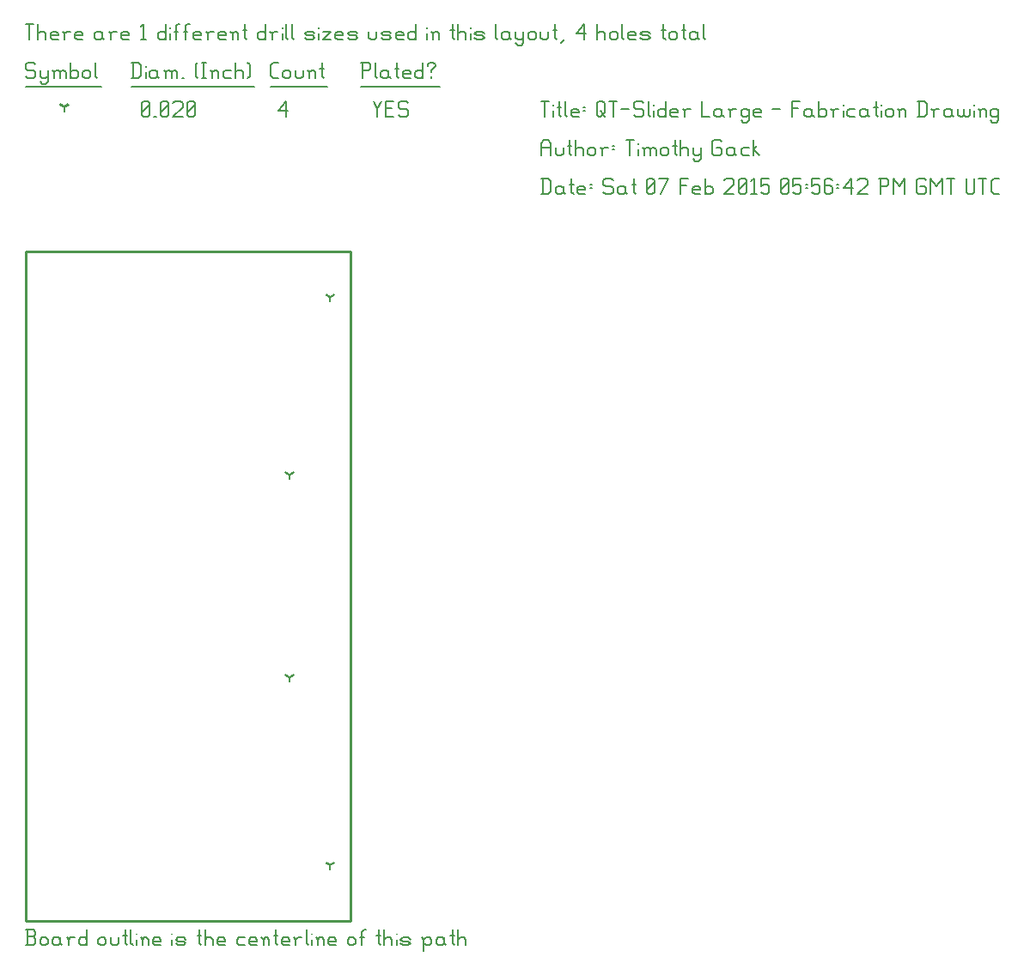
<source format=gbr>
G04 start of page 9 for group -3984 idx -3984 *
G04 Title: QT-Slider Large, fab *
G04 Creator: pcb 1.99z *
G04 CreationDate: Sat 07 Feb 2015 05:56:42 PM GMT UTC *
G04 For: tgack *
G04 Format: Gerber/RS-274X *
G04 PCB-Dimensions (mil): 1259.84 2598.43 *
G04 PCB-Coordinate-Origin: lower left *
%MOIN*%
%FSLAX25Y25*%
%LNFAB*%
%ADD33C,0.0100*%
%ADD32C,0.0075*%
%ADD31C,0.0060*%
%ADD30C,0.0001*%
%ADD29R,0.0080X0.0080*%
G54D29*X118110Y21654D02*Y20054D01*
G54D30*G36*
X117564Y21800D02*X119643Y23000D01*
X120043Y22307D01*
X117964Y21107D01*
X117564Y21800D01*
G37*
G36*
X118257Y21107D02*X116177Y22307D01*
X116577Y23000D01*
X118657Y21800D01*
X118257Y21107D01*
G37*
G54D29*X118110Y242126D02*Y240526D01*
G54D30*G36*
X117564Y242273D02*X119643Y243472D01*
X120043Y242779D01*
X117964Y241580D01*
X117564Y242273D01*
G37*
G36*
X118257Y241580D02*X116177Y242779D01*
X116577Y243472D01*
X118657Y242273D01*
X118257Y241580D01*
G37*
G54D29*X102362Y94488D02*Y92888D01*
G54D30*G36*
X101816Y94635D02*X103895Y95835D01*
X104295Y95142D01*
X102216Y93942D01*
X101816Y94635D01*
G37*
G36*
X102509Y93942D02*X100429Y95142D01*
X100829Y95835D01*
X102909Y94635D01*
X102509Y93942D01*
G37*
G54D29*X102362Y173228D02*Y171628D01*
G54D30*G36*
X101816Y173375D02*X103895Y174575D01*
X104295Y173882D01*
X102216Y172682D01*
X101816Y173375D01*
G37*
G36*
X102509Y172682D02*X100429Y173882D01*
X100829Y174575D01*
X102909Y173375D01*
X102509Y172682D01*
G37*
G54D29*X15000Y316093D02*Y314493D01*
G54D30*G36*
X14454Y316239D02*X16533Y317439D01*
X16933Y316746D01*
X14853Y315546D01*
X14454Y316239D01*
G37*
G36*
X15147Y315546D02*X13067Y316746D01*
X13467Y317439D01*
X15546Y316239D01*
X15147Y315546D01*
G37*
G54D31*X135000Y318343D02*X136500Y315343D01*
X138000Y318343D01*
X136500Y315343D02*Y312343D01*
X139800Y315643D02*X142050D01*
X139800Y312343D02*X142800D01*
X139800Y318343D02*Y312343D01*
Y318343D02*X142800D01*
X147600D02*X148350Y317593D01*
X145350Y318343D02*X147600D01*
X144600Y317593D02*X145350Y318343D01*
X144600Y317593D02*Y316093D01*
X145350Y315343D01*
X147600D01*
X148350Y314593D01*
Y313093D01*
X147600Y312343D02*X148350Y313093D01*
X145350Y312343D02*X147600D01*
X144600Y313093D02*X145350Y312343D01*
X98000Y314593D02*X101000Y318343D01*
X98000Y314593D02*X101750D01*
X101000Y318343D02*Y312343D01*
X45000Y313093D02*X45750Y312343D01*
X45000Y317593D02*Y313093D01*
Y317593D02*X45750Y318343D01*
X47250D01*
X48000Y317593D01*
Y313093D01*
X47250Y312343D02*X48000Y313093D01*
X45750Y312343D02*X47250D01*
X45000Y313843D02*X48000Y316843D01*
X49800Y312343D02*X50550D01*
X52350Y313093D02*X53100Y312343D01*
X52350Y317593D02*Y313093D01*
Y317593D02*X53100Y318343D01*
X54600D01*
X55350Y317593D01*
Y313093D01*
X54600Y312343D02*X55350Y313093D01*
X53100Y312343D02*X54600D01*
X52350Y313843D02*X55350Y316843D01*
X57150Y317593D02*X57900Y318343D01*
X60150D01*
X60900Y317593D01*
Y316093D01*
X57150Y312343D02*X60900Y316093D01*
X57150Y312343D02*X60900D01*
X62700Y313093D02*X63450Y312343D01*
X62700Y317593D02*Y313093D01*
Y317593D02*X63450Y318343D01*
X64950D01*
X65700Y317593D01*
Y313093D01*
X64950Y312343D02*X65700Y313093D01*
X63450Y312343D02*X64950D01*
X62700Y313843D02*X65700Y316843D01*
X3000Y333343D02*X3750Y332593D01*
X750Y333343D02*X3000D01*
X0Y332593D02*X750Y333343D01*
X0Y332593D02*Y331093D01*
X750Y330343D01*
X3000D01*
X3750Y329593D01*
Y328093D01*
X3000Y327343D02*X3750Y328093D01*
X750Y327343D02*X3000D01*
X0Y328093D02*X750Y327343D01*
X5550Y330343D02*Y328093D01*
X6300Y327343D01*
X8550Y330343D02*Y325843D01*
X7800Y325093D02*X8550Y325843D01*
X6300Y325093D02*X7800D01*
X5550Y325843D02*X6300Y325093D01*
Y327343D02*X7800D01*
X8550Y328093D01*
X11100Y329593D02*Y327343D01*
Y329593D02*X11850Y330343D01*
X12600D01*
X13350Y329593D01*
Y327343D01*
Y329593D02*X14100Y330343D01*
X14850D01*
X15600Y329593D01*
Y327343D01*
X10350Y330343D02*X11100Y329593D01*
X17400Y333343D02*Y327343D01*
Y328093D02*X18150Y327343D01*
X19650D01*
X20400Y328093D01*
Y329593D02*Y328093D01*
X19650Y330343D02*X20400Y329593D01*
X18150Y330343D02*X19650D01*
X17400Y329593D02*X18150Y330343D01*
X22200Y329593D02*Y328093D01*
Y329593D02*X22950Y330343D01*
X24450D01*
X25200Y329593D01*
Y328093D01*
X24450Y327343D02*X25200Y328093D01*
X22950Y327343D02*X24450D01*
X22200Y328093D02*X22950Y327343D01*
X27000Y333343D02*Y328093D01*
X27750Y327343D01*
X0Y324093D02*X29250D01*
X41750Y333343D02*Y327343D01*
X43700Y333343D02*X44750Y332293D01*
Y328393D01*
X43700Y327343D02*X44750Y328393D01*
X41000Y327343D02*X43700D01*
X41000Y333343D02*X43700D01*
G54D32*X46550Y331843D02*Y331693D01*
G54D31*Y329593D02*Y327343D01*
X50300Y330343D02*X51050Y329593D01*
X48800Y330343D02*X50300D01*
X48050Y329593D02*X48800Y330343D01*
X48050Y329593D02*Y328093D01*
X48800Y327343D01*
X51050Y330343D02*Y328093D01*
X51800Y327343D01*
X48800D02*X50300D01*
X51050Y328093D01*
X54350Y329593D02*Y327343D01*
Y329593D02*X55100Y330343D01*
X55850D01*
X56600Y329593D01*
Y327343D01*
Y329593D02*X57350Y330343D01*
X58100D01*
X58850Y329593D01*
Y327343D01*
X53600Y330343D02*X54350Y329593D01*
X60650Y327343D02*X61400D01*
X65900Y328093D02*X66650Y327343D01*
X65900Y332593D02*X66650Y333343D01*
X65900Y332593D02*Y328093D01*
X68450Y333343D02*X69950D01*
X69200D02*Y327343D01*
X68450D02*X69950D01*
X72500Y329593D02*Y327343D01*
Y329593D02*X73250Y330343D01*
X74000D01*
X74750Y329593D01*
Y327343D01*
X71750Y330343D02*X72500Y329593D01*
X77300Y330343D02*X79550D01*
X76550Y329593D02*X77300Y330343D01*
X76550Y329593D02*Y328093D01*
X77300Y327343D01*
X79550D01*
X81350Y333343D02*Y327343D01*
Y329593D02*X82100Y330343D01*
X83600D01*
X84350Y329593D01*
Y327343D01*
X86150Y333343D02*X86900Y332593D01*
Y328093D01*
X86150Y327343D02*X86900Y328093D01*
X41000Y324093D02*X88700D01*
X96050Y327343D02*X98000D01*
X95000Y328393D02*X96050Y327343D01*
X95000Y332293D02*Y328393D01*
Y332293D02*X96050Y333343D01*
X98000D01*
X99800Y329593D02*Y328093D01*
Y329593D02*X100550Y330343D01*
X102050D01*
X102800Y329593D01*
Y328093D01*
X102050Y327343D02*X102800Y328093D01*
X100550Y327343D02*X102050D01*
X99800Y328093D02*X100550Y327343D01*
X104600Y330343D02*Y328093D01*
X105350Y327343D01*
X106850D01*
X107600Y328093D01*
Y330343D02*Y328093D01*
X110150Y329593D02*Y327343D01*
Y329593D02*X110900Y330343D01*
X111650D01*
X112400Y329593D01*
Y327343D01*
X109400Y330343D02*X110150Y329593D01*
X114950Y333343D02*Y328093D01*
X115700Y327343D01*
X114200Y331093D02*X115700D01*
X95000Y324093D02*X117200D01*
X130750Y333343D02*Y327343D01*
X130000Y333343D02*X133000D01*
X133750Y332593D01*
Y331093D01*
X133000Y330343D02*X133750Y331093D01*
X130750Y330343D02*X133000D01*
X135550Y333343D02*Y328093D01*
X136300Y327343D01*
X140050Y330343D02*X140800Y329593D01*
X138550Y330343D02*X140050D01*
X137800Y329593D02*X138550Y330343D01*
X137800Y329593D02*Y328093D01*
X138550Y327343D01*
X140800Y330343D02*Y328093D01*
X141550Y327343D01*
X138550D02*X140050D01*
X140800Y328093D01*
X144100Y333343D02*Y328093D01*
X144850Y327343D01*
X143350Y331093D02*X144850D01*
X147100Y327343D02*X149350D01*
X146350Y328093D02*X147100Y327343D01*
X146350Y329593D02*Y328093D01*
Y329593D02*X147100Y330343D01*
X148600D01*
X149350Y329593D01*
X146350Y328843D02*X149350D01*
Y329593D02*Y328843D01*
X154150Y333343D02*Y327343D01*
X153400D02*X154150Y328093D01*
X151900Y327343D02*X153400D01*
X151150Y328093D02*X151900Y327343D01*
X151150Y329593D02*Y328093D01*
Y329593D02*X151900Y330343D01*
X153400D01*
X154150Y329593D01*
X157450Y330343D02*Y329593D01*
Y328093D02*Y327343D01*
X155950Y332593D02*Y331843D01*
Y332593D02*X156700Y333343D01*
X158200D01*
X158950Y332593D01*
Y331843D01*
X157450Y330343D02*X158950Y331843D01*
X130000Y324093D02*X160750D01*
X0Y348343D02*X3000D01*
X1500D02*Y342343D01*
X4800Y348343D02*Y342343D01*
Y344593D02*X5550Y345343D01*
X7050D01*
X7800Y344593D01*
Y342343D01*
X10350D02*X12600D01*
X9600Y343093D02*X10350Y342343D01*
X9600Y344593D02*Y343093D01*
Y344593D02*X10350Y345343D01*
X11850D01*
X12600Y344593D01*
X9600Y343843D02*X12600D01*
Y344593D02*Y343843D01*
X15150Y344593D02*Y342343D01*
Y344593D02*X15900Y345343D01*
X17400D01*
X14400D02*X15150Y344593D01*
X19950Y342343D02*X22200D01*
X19200Y343093D02*X19950Y342343D01*
X19200Y344593D02*Y343093D01*
Y344593D02*X19950Y345343D01*
X21450D01*
X22200Y344593D01*
X19200Y343843D02*X22200D01*
Y344593D02*Y343843D01*
X28950Y345343D02*X29700Y344593D01*
X27450Y345343D02*X28950D01*
X26700Y344593D02*X27450Y345343D01*
X26700Y344593D02*Y343093D01*
X27450Y342343D01*
X29700Y345343D02*Y343093D01*
X30450Y342343D01*
X27450D02*X28950D01*
X29700Y343093D01*
X33000Y344593D02*Y342343D01*
Y344593D02*X33750Y345343D01*
X35250D01*
X32250D02*X33000Y344593D01*
X37800Y342343D02*X40050D01*
X37050Y343093D02*X37800Y342343D01*
X37050Y344593D02*Y343093D01*
Y344593D02*X37800Y345343D01*
X39300D01*
X40050Y344593D01*
X37050Y343843D02*X40050D01*
Y344593D02*Y343843D01*
X44550Y347143D02*X45750Y348343D01*
Y342343D01*
X44550D02*X46800D01*
X54300Y348343D02*Y342343D01*
X53550D02*X54300Y343093D01*
X52050Y342343D02*X53550D01*
X51300Y343093D02*X52050Y342343D01*
X51300Y344593D02*Y343093D01*
Y344593D02*X52050Y345343D01*
X53550D01*
X54300Y344593D01*
G54D32*X56100Y346843D02*Y346693D01*
G54D31*Y344593D02*Y342343D01*
X58350Y347593D02*Y342343D01*
Y347593D02*X59100Y348343D01*
X59850D01*
X57600Y345343D02*X59100D01*
X62100Y347593D02*Y342343D01*
Y347593D02*X62850Y348343D01*
X63600D01*
X61350Y345343D02*X62850D01*
X65850Y342343D02*X68100D01*
X65100Y343093D02*X65850Y342343D01*
X65100Y344593D02*Y343093D01*
Y344593D02*X65850Y345343D01*
X67350D01*
X68100Y344593D01*
X65100Y343843D02*X68100D01*
Y344593D02*Y343843D01*
X70650Y344593D02*Y342343D01*
Y344593D02*X71400Y345343D01*
X72900D01*
X69900D02*X70650Y344593D01*
X75450Y342343D02*X77700D01*
X74700Y343093D02*X75450Y342343D01*
X74700Y344593D02*Y343093D01*
Y344593D02*X75450Y345343D01*
X76950D01*
X77700Y344593D01*
X74700Y343843D02*X77700D01*
Y344593D02*Y343843D01*
X80250Y344593D02*Y342343D01*
Y344593D02*X81000Y345343D01*
X81750D01*
X82500Y344593D01*
Y342343D01*
X79500Y345343D02*X80250Y344593D01*
X85050Y348343D02*Y343093D01*
X85800Y342343D01*
X84300Y346093D02*X85800D01*
X93000Y348343D02*Y342343D01*
X92250D02*X93000Y343093D01*
X90750Y342343D02*X92250D01*
X90000Y343093D02*X90750Y342343D01*
X90000Y344593D02*Y343093D01*
Y344593D02*X90750Y345343D01*
X92250D01*
X93000Y344593D01*
X95550D02*Y342343D01*
Y344593D02*X96300Y345343D01*
X97800D01*
X94800D02*X95550Y344593D01*
G54D32*X99600Y346843D02*Y346693D01*
G54D31*Y344593D02*Y342343D01*
X101100Y348343D02*Y343093D01*
X101850Y342343D01*
X103350Y348343D02*Y343093D01*
X104100Y342343D01*
X109050D02*X111300D01*
X112050Y343093D01*
X111300Y343843D02*X112050Y343093D01*
X109050Y343843D02*X111300D01*
X108300Y344593D02*X109050Y343843D01*
X108300Y344593D02*X109050Y345343D01*
X111300D01*
X112050Y344593D01*
X108300Y343093D02*X109050Y342343D01*
G54D32*X113850Y346843D02*Y346693D01*
G54D31*Y344593D02*Y342343D01*
X115350Y345343D02*X118350D01*
X115350Y342343D02*X118350Y345343D01*
X115350Y342343D02*X118350D01*
X120900D02*X123150D01*
X120150Y343093D02*X120900Y342343D01*
X120150Y344593D02*Y343093D01*
Y344593D02*X120900Y345343D01*
X122400D01*
X123150Y344593D01*
X120150Y343843D02*X123150D01*
Y344593D02*Y343843D01*
X125700Y342343D02*X127950D01*
X128700Y343093D01*
X127950Y343843D02*X128700Y343093D01*
X125700Y343843D02*X127950D01*
X124950Y344593D02*X125700Y343843D01*
X124950Y344593D02*X125700Y345343D01*
X127950D01*
X128700Y344593D01*
X124950Y343093D02*X125700Y342343D01*
X133200Y345343D02*Y343093D01*
X133950Y342343D01*
X135450D01*
X136200Y343093D01*
Y345343D02*Y343093D01*
X138750Y342343D02*X141000D01*
X141750Y343093D01*
X141000Y343843D02*X141750Y343093D01*
X138750Y343843D02*X141000D01*
X138000Y344593D02*X138750Y343843D01*
X138000Y344593D02*X138750Y345343D01*
X141000D01*
X141750Y344593D01*
X138000Y343093D02*X138750Y342343D01*
X144300D02*X146550D01*
X143550Y343093D02*X144300Y342343D01*
X143550Y344593D02*Y343093D01*
Y344593D02*X144300Y345343D01*
X145800D01*
X146550Y344593D01*
X143550Y343843D02*X146550D01*
Y344593D02*Y343843D01*
X151350Y348343D02*Y342343D01*
X150600D02*X151350Y343093D01*
X149100Y342343D02*X150600D01*
X148350Y343093D02*X149100Y342343D01*
X148350Y344593D02*Y343093D01*
Y344593D02*X149100Y345343D01*
X150600D01*
X151350Y344593D01*
G54D32*X155850Y346843D02*Y346693D01*
G54D31*Y344593D02*Y342343D01*
X158100Y344593D02*Y342343D01*
Y344593D02*X158850Y345343D01*
X159600D01*
X160350Y344593D01*
Y342343D01*
X157350Y345343D02*X158100Y344593D01*
X165600Y348343D02*Y343093D01*
X166350Y342343D01*
X164850Y346093D02*X166350D01*
X167850Y348343D02*Y342343D01*
Y344593D02*X168600Y345343D01*
X170100D01*
X170850Y344593D01*
Y342343D01*
G54D32*X172650Y346843D02*Y346693D01*
G54D31*Y344593D02*Y342343D01*
X174900D02*X177150D01*
X177900Y343093D01*
X177150Y343843D02*X177900Y343093D01*
X174900Y343843D02*X177150D01*
X174150Y344593D02*X174900Y343843D01*
X174150Y344593D02*X174900Y345343D01*
X177150D01*
X177900Y344593D01*
X174150Y343093D02*X174900Y342343D01*
X182400Y348343D02*Y343093D01*
X183150Y342343D01*
X186900Y345343D02*X187650Y344593D01*
X185400Y345343D02*X186900D01*
X184650Y344593D02*X185400Y345343D01*
X184650Y344593D02*Y343093D01*
X185400Y342343D01*
X187650Y345343D02*Y343093D01*
X188400Y342343D01*
X185400D02*X186900D01*
X187650Y343093D01*
X190200Y345343D02*Y343093D01*
X190950Y342343D01*
X193200Y345343D02*Y340843D01*
X192450Y340093D02*X193200Y340843D01*
X190950Y340093D02*X192450D01*
X190200Y340843D02*X190950Y340093D01*
Y342343D02*X192450D01*
X193200Y343093D01*
X195000Y344593D02*Y343093D01*
Y344593D02*X195750Y345343D01*
X197250D01*
X198000Y344593D01*
Y343093D01*
X197250Y342343D02*X198000Y343093D01*
X195750Y342343D02*X197250D01*
X195000Y343093D02*X195750Y342343D01*
X199800Y345343D02*Y343093D01*
X200550Y342343D01*
X202050D01*
X202800Y343093D01*
Y345343D02*Y343093D01*
X205350Y348343D02*Y343093D01*
X206100Y342343D01*
X204600Y346093D02*X206100D01*
X207600Y340843D02*X209100Y342343D01*
X213600Y344593D02*X216600Y348343D01*
X213600Y344593D02*X217350D01*
X216600Y348343D02*Y342343D01*
X221850Y348343D02*Y342343D01*
Y344593D02*X222600Y345343D01*
X224100D01*
X224850Y344593D01*
Y342343D01*
X226650Y344593D02*Y343093D01*
Y344593D02*X227400Y345343D01*
X228900D01*
X229650Y344593D01*
Y343093D01*
X228900Y342343D02*X229650Y343093D01*
X227400Y342343D02*X228900D01*
X226650Y343093D02*X227400Y342343D01*
X231450Y348343D02*Y343093D01*
X232200Y342343D01*
X234450D02*X236700D01*
X233700Y343093D02*X234450Y342343D01*
X233700Y344593D02*Y343093D01*
Y344593D02*X234450Y345343D01*
X235950D01*
X236700Y344593D01*
X233700Y343843D02*X236700D01*
Y344593D02*Y343843D01*
X239250Y342343D02*X241500D01*
X242250Y343093D01*
X241500Y343843D02*X242250Y343093D01*
X239250Y343843D02*X241500D01*
X238500Y344593D02*X239250Y343843D01*
X238500Y344593D02*X239250Y345343D01*
X241500D01*
X242250Y344593D01*
X238500Y343093D02*X239250Y342343D01*
X247500Y348343D02*Y343093D01*
X248250Y342343D01*
X246750Y346093D02*X248250D01*
X249750Y344593D02*Y343093D01*
Y344593D02*X250500Y345343D01*
X252000D01*
X252750Y344593D01*
Y343093D01*
X252000Y342343D02*X252750Y343093D01*
X250500Y342343D02*X252000D01*
X249750Y343093D02*X250500Y342343D01*
X255300Y348343D02*Y343093D01*
X256050Y342343D01*
X254550Y346093D02*X256050D01*
X259800Y345343D02*X260550Y344593D01*
X258300Y345343D02*X259800D01*
X257550Y344593D02*X258300Y345343D01*
X257550Y344593D02*Y343093D01*
X258300Y342343D01*
X260550Y345343D02*Y343093D01*
X261300Y342343D01*
X258300D02*X259800D01*
X260550Y343093D01*
X263100Y348343D02*Y343093D01*
X263850Y342343D01*
G54D33*X0Y0D02*X125984D01*
Y259843D01*
X0D01*
Y0D02*Y259843D01*
G54D31*Y-9500D02*X3000D01*
X3750Y-8750D01*
Y-6950D02*Y-8750D01*
X3000Y-6200D02*X3750Y-6950D01*
X750Y-6200D02*X3000D01*
X750Y-3500D02*Y-9500D01*
X0Y-3500D02*X3000D01*
X3750Y-4250D01*
Y-5450D01*
X3000Y-6200D02*X3750Y-5450D01*
X5550Y-7250D02*Y-8750D01*
Y-7250D02*X6300Y-6500D01*
X7800D01*
X8550Y-7250D01*
Y-8750D01*
X7800Y-9500D02*X8550Y-8750D01*
X6300Y-9500D02*X7800D01*
X5550Y-8750D02*X6300Y-9500D01*
X12600Y-6500D02*X13350Y-7250D01*
X11100Y-6500D02*X12600D01*
X10350Y-7250D02*X11100Y-6500D01*
X10350Y-7250D02*Y-8750D01*
X11100Y-9500D01*
X13350Y-6500D02*Y-8750D01*
X14100Y-9500D01*
X11100D02*X12600D01*
X13350Y-8750D01*
X16650Y-7250D02*Y-9500D01*
Y-7250D02*X17400Y-6500D01*
X18900D01*
X15900D02*X16650Y-7250D01*
X23700Y-3500D02*Y-9500D01*
X22950D02*X23700Y-8750D01*
X21450Y-9500D02*X22950D01*
X20700Y-8750D02*X21450Y-9500D01*
X20700Y-7250D02*Y-8750D01*
Y-7250D02*X21450Y-6500D01*
X22950D01*
X23700Y-7250D01*
X28200D02*Y-8750D01*
Y-7250D02*X28950Y-6500D01*
X30450D01*
X31200Y-7250D01*
Y-8750D01*
X30450Y-9500D02*X31200Y-8750D01*
X28950Y-9500D02*X30450D01*
X28200Y-8750D02*X28950Y-9500D01*
X33000Y-6500D02*Y-8750D01*
X33750Y-9500D01*
X35250D01*
X36000Y-8750D01*
Y-6500D02*Y-8750D01*
X38550Y-3500D02*Y-8750D01*
X39300Y-9500D01*
X37800Y-5750D02*X39300D01*
X40800Y-3500D02*Y-8750D01*
X41550Y-9500D01*
G54D32*X43050Y-5000D02*Y-5150D01*
G54D31*Y-7250D02*Y-9500D01*
X45300Y-7250D02*Y-9500D01*
Y-7250D02*X46050Y-6500D01*
X46800D01*
X47550Y-7250D01*
Y-9500D01*
X44550Y-6500D02*X45300Y-7250D01*
X50100Y-9500D02*X52350D01*
X49350Y-8750D02*X50100Y-9500D01*
X49350Y-7250D02*Y-8750D01*
Y-7250D02*X50100Y-6500D01*
X51600D01*
X52350Y-7250D01*
X49350Y-8000D02*X52350D01*
Y-7250D02*Y-8000D01*
G54D32*X56850Y-5000D02*Y-5150D01*
G54D31*Y-7250D02*Y-9500D01*
X59100D02*X61350D01*
X62100Y-8750D01*
X61350Y-8000D02*X62100Y-8750D01*
X59100Y-8000D02*X61350D01*
X58350Y-7250D02*X59100Y-8000D01*
X58350Y-7250D02*X59100Y-6500D01*
X61350D01*
X62100Y-7250D01*
X58350Y-8750D02*X59100Y-9500D01*
X67350Y-3500D02*Y-8750D01*
X68100Y-9500D01*
X66600Y-5750D02*X68100D01*
X69600Y-3500D02*Y-9500D01*
Y-7250D02*X70350Y-6500D01*
X71850D01*
X72600Y-7250D01*
Y-9500D01*
X75150D02*X77400D01*
X74400Y-8750D02*X75150Y-9500D01*
X74400Y-7250D02*Y-8750D01*
Y-7250D02*X75150Y-6500D01*
X76650D01*
X77400Y-7250D01*
X74400Y-8000D02*X77400D01*
Y-7250D02*Y-8000D01*
X82650Y-6500D02*X84900D01*
X81900Y-7250D02*X82650Y-6500D01*
X81900Y-7250D02*Y-8750D01*
X82650Y-9500D01*
X84900D01*
X87450D02*X89700D01*
X86700Y-8750D02*X87450Y-9500D01*
X86700Y-7250D02*Y-8750D01*
Y-7250D02*X87450Y-6500D01*
X88950D01*
X89700Y-7250D01*
X86700Y-8000D02*X89700D01*
Y-7250D02*Y-8000D01*
X92250Y-7250D02*Y-9500D01*
Y-7250D02*X93000Y-6500D01*
X93750D01*
X94500Y-7250D01*
Y-9500D01*
X91500Y-6500D02*X92250Y-7250D01*
X97050Y-3500D02*Y-8750D01*
X97800Y-9500D01*
X96300Y-5750D02*X97800D01*
X100050Y-9500D02*X102300D01*
X99300Y-8750D02*X100050Y-9500D01*
X99300Y-7250D02*Y-8750D01*
Y-7250D02*X100050Y-6500D01*
X101550D01*
X102300Y-7250D01*
X99300Y-8000D02*X102300D01*
Y-7250D02*Y-8000D01*
X104850Y-7250D02*Y-9500D01*
Y-7250D02*X105600Y-6500D01*
X107100D01*
X104100D02*X104850Y-7250D01*
X108900Y-3500D02*Y-8750D01*
X109650Y-9500D01*
G54D32*X111150Y-5000D02*Y-5150D01*
G54D31*Y-7250D02*Y-9500D01*
X113400Y-7250D02*Y-9500D01*
Y-7250D02*X114150Y-6500D01*
X114900D01*
X115650Y-7250D01*
Y-9500D01*
X112650Y-6500D02*X113400Y-7250D01*
X118200Y-9500D02*X120450D01*
X117450Y-8750D02*X118200Y-9500D01*
X117450Y-7250D02*Y-8750D01*
Y-7250D02*X118200Y-6500D01*
X119700D01*
X120450Y-7250D01*
X117450Y-8000D02*X120450D01*
Y-7250D02*Y-8000D01*
X124950Y-7250D02*Y-8750D01*
Y-7250D02*X125700Y-6500D01*
X127200D01*
X127950Y-7250D01*
Y-8750D01*
X127200Y-9500D02*X127950Y-8750D01*
X125700Y-9500D02*X127200D01*
X124950Y-8750D02*X125700Y-9500D01*
X130500Y-4250D02*Y-9500D01*
Y-4250D02*X131250Y-3500D01*
X132000D01*
X129750Y-6500D02*X131250D01*
X136950Y-3500D02*Y-8750D01*
X137700Y-9500D01*
X136200Y-5750D02*X137700D01*
X139200Y-3500D02*Y-9500D01*
Y-7250D02*X139950Y-6500D01*
X141450D01*
X142200Y-7250D01*
Y-9500D01*
G54D32*X144000Y-5000D02*Y-5150D01*
G54D31*Y-7250D02*Y-9500D01*
X146250D02*X148500D01*
X149250Y-8750D01*
X148500Y-8000D02*X149250Y-8750D01*
X146250Y-8000D02*X148500D01*
X145500Y-7250D02*X146250Y-8000D01*
X145500Y-7250D02*X146250Y-6500D01*
X148500D01*
X149250Y-7250D01*
X145500Y-8750D02*X146250Y-9500D01*
X154500Y-7250D02*Y-11750D01*
X153750Y-6500D02*X154500Y-7250D01*
X155250Y-6500D01*
X156750D01*
X157500Y-7250D01*
Y-8750D01*
X156750Y-9500D02*X157500Y-8750D01*
X155250Y-9500D02*X156750D01*
X154500Y-8750D02*X155250Y-9500D01*
X161550Y-6500D02*X162300Y-7250D01*
X160050Y-6500D02*X161550D01*
X159300Y-7250D02*X160050Y-6500D01*
X159300Y-7250D02*Y-8750D01*
X160050Y-9500D01*
X162300Y-6500D02*Y-8750D01*
X163050Y-9500D01*
X160050D02*X161550D01*
X162300Y-8750D01*
X165600Y-3500D02*Y-8750D01*
X166350Y-9500D01*
X164850Y-5750D02*X166350D01*
X167850Y-3500D02*Y-9500D01*
Y-7250D02*X168600Y-6500D01*
X170100D01*
X170850Y-7250D01*
Y-9500D01*
X200750Y288343D02*Y282343D01*
X202700Y288343D02*X203750Y287293D01*
Y283393D01*
X202700Y282343D02*X203750Y283393D01*
X200000Y282343D02*X202700D01*
X200000Y288343D02*X202700D01*
X207800Y285343D02*X208550Y284593D01*
X206300Y285343D02*X207800D01*
X205550Y284593D02*X206300Y285343D01*
X205550Y284593D02*Y283093D01*
X206300Y282343D01*
X208550Y285343D02*Y283093D01*
X209300Y282343D01*
X206300D02*X207800D01*
X208550Y283093D01*
X211850Y288343D02*Y283093D01*
X212600Y282343D01*
X211100Y286093D02*X212600D01*
X214850Y282343D02*X217100D01*
X214100Y283093D02*X214850Y282343D01*
X214100Y284593D02*Y283093D01*
Y284593D02*X214850Y285343D01*
X216350D01*
X217100Y284593D01*
X214100Y283843D02*X217100D01*
Y284593D02*Y283843D01*
X218900Y286093D02*X219650D01*
X218900Y284593D02*X219650D01*
X227150Y288343D02*X227900Y287593D01*
X224900Y288343D02*X227150D01*
X224150Y287593D02*X224900Y288343D01*
X224150Y287593D02*Y286093D01*
X224900Y285343D01*
X227150D01*
X227900Y284593D01*
Y283093D01*
X227150Y282343D02*X227900Y283093D01*
X224900Y282343D02*X227150D01*
X224150Y283093D02*X224900Y282343D01*
X231950Y285343D02*X232700Y284593D01*
X230450Y285343D02*X231950D01*
X229700Y284593D02*X230450Y285343D01*
X229700Y284593D02*Y283093D01*
X230450Y282343D01*
X232700Y285343D02*Y283093D01*
X233450Y282343D01*
X230450D02*X231950D01*
X232700Y283093D01*
X236000Y288343D02*Y283093D01*
X236750Y282343D01*
X235250Y286093D02*X236750D01*
X240950Y283093D02*X241700Y282343D01*
X240950Y287593D02*Y283093D01*
Y287593D02*X241700Y288343D01*
X243200D01*
X243950Y287593D01*
Y283093D01*
X243200Y282343D02*X243950Y283093D01*
X241700Y282343D02*X243200D01*
X240950Y283843D02*X243950Y286843D01*
X246500Y282343D02*X249500Y288343D01*
X245750D02*X249500D01*
X254000D02*Y282343D01*
Y288343D02*X257000D01*
X254000Y285643D02*X256250D01*
X259550Y282343D02*X261800D01*
X258800Y283093D02*X259550Y282343D01*
X258800Y284593D02*Y283093D01*
Y284593D02*X259550Y285343D01*
X261050D01*
X261800Y284593D01*
X258800Y283843D02*X261800D01*
Y284593D02*Y283843D01*
X263600Y288343D02*Y282343D01*
Y283093D02*X264350Y282343D01*
X265850D01*
X266600Y283093D01*
Y284593D02*Y283093D01*
X265850Y285343D02*X266600Y284593D01*
X264350Y285343D02*X265850D01*
X263600Y284593D02*X264350Y285343D01*
X271100Y287593D02*X271850Y288343D01*
X274100D01*
X274850Y287593D01*
Y286093D01*
X271100Y282343D02*X274850Y286093D01*
X271100Y282343D02*X274850D01*
X276650Y283093D02*X277400Y282343D01*
X276650Y287593D02*Y283093D01*
Y287593D02*X277400Y288343D01*
X278900D01*
X279650Y287593D01*
Y283093D01*
X278900Y282343D02*X279650Y283093D01*
X277400Y282343D02*X278900D01*
X276650Y283843D02*X279650Y286843D01*
X281450Y287143D02*X282650Y288343D01*
Y282343D01*
X281450D02*X283700D01*
X285500Y288343D02*X288500D01*
X285500D02*Y285343D01*
X286250Y286093D01*
X287750D01*
X288500Y285343D01*
Y283093D01*
X287750Y282343D02*X288500Y283093D01*
X286250Y282343D02*X287750D01*
X285500Y283093D02*X286250Y282343D01*
X293000Y283093D02*X293750Y282343D01*
X293000Y287593D02*Y283093D01*
Y287593D02*X293750Y288343D01*
X295250D01*
X296000Y287593D01*
Y283093D01*
X295250Y282343D02*X296000Y283093D01*
X293750Y282343D02*X295250D01*
X293000Y283843D02*X296000Y286843D01*
X297800Y288343D02*X300800D01*
X297800D02*Y285343D01*
X298550Y286093D01*
X300050D01*
X300800Y285343D01*
Y283093D01*
X300050Y282343D02*X300800Y283093D01*
X298550Y282343D02*X300050D01*
X297800Y283093D02*X298550Y282343D01*
X302600Y286093D02*X303350D01*
X302600Y284593D02*X303350D01*
X305150Y288343D02*X308150D01*
X305150D02*Y285343D01*
X305900Y286093D01*
X307400D01*
X308150Y285343D01*
Y283093D01*
X307400Y282343D02*X308150Y283093D01*
X305900Y282343D02*X307400D01*
X305150Y283093D02*X305900Y282343D01*
X312200Y288343D02*X312950Y287593D01*
X310700Y288343D02*X312200D01*
X309950Y287593D02*X310700Y288343D01*
X309950Y287593D02*Y283093D01*
X310700Y282343D01*
X312200Y285643D02*X312950Y284893D01*
X309950Y285643D02*X312200D01*
X310700Y282343D02*X312200D01*
X312950Y283093D01*
Y284893D02*Y283093D01*
X314750Y286093D02*X315500D01*
X314750Y284593D02*X315500D01*
X317300D02*X320300Y288343D01*
X317300Y284593D02*X321050D01*
X320300Y288343D02*Y282343D01*
X322850Y287593D02*X323600Y288343D01*
X325850D01*
X326600Y287593D01*
Y286093D01*
X322850Y282343D02*X326600Y286093D01*
X322850Y282343D02*X326600D01*
X331850Y288343D02*Y282343D01*
X331100Y288343D02*X334100D01*
X334850Y287593D01*
Y286093D01*
X334100Y285343D02*X334850Y286093D01*
X331850Y285343D02*X334100D01*
X336650Y288343D02*Y282343D01*
Y288343D02*X338900Y285343D01*
X341150Y288343D01*
Y282343D01*
X348650Y288343D02*X349400Y287593D01*
X346400Y288343D02*X348650D01*
X345650Y287593D02*X346400Y288343D01*
X345650Y287593D02*Y283093D01*
X346400Y282343D01*
X348650D01*
X349400Y283093D01*
Y284593D02*Y283093D01*
X348650Y285343D02*X349400Y284593D01*
X347150Y285343D02*X348650D01*
X351200Y288343D02*Y282343D01*
Y288343D02*X353450Y285343D01*
X355700Y288343D01*
Y282343D01*
X357500Y288343D02*X360500D01*
X359000D02*Y282343D01*
X365000Y288343D02*Y283093D01*
X365750Y282343D01*
X367250D01*
X368000Y283093D01*
Y288343D02*Y283093D01*
X369800Y288343D02*X372800D01*
X371300D02*Y282343D01*
X375650D02*X377600D01*
X374600Y283393D02*X375650Y282343D01*
X374600Y287293D02*Y283393D01*
Y287293D02*X375650Y288343D01*
X377600D01*
X200000Y301843D02*Y297343D01*
Y301843D02*X201050Y303343D01*
X202700D01*
X203750Y301843D01*
Y297343D01*
X200000Y300343D02*X203750D01*
X205550D02*Y298093D01*
X206300Y297343D01*
X207800D01*
X208550Y298093D01*
Y300343D02*Y298093D01*
X211100Y303343D02*Y298093D01*
X211850Y297343D01*
X210350Y301093D02*X211850D01*
X213350Y303343D02*Y297343D01*
Y299593D02*X214100Y300343D01*
X215600D01*
X216350Y299593D01*
Y297343D01*
X218150Y299593D02*Y298093D01*
Y299593D02*X218900Y300343D01*
X220400D01*
X221150Y299593D01*
Y298093D01*
X220400Y297343D02*X221150Y298093D01*
X218900Y297343D02*X220400D01*
X218150Y298093D02*X218900Y297343D01*
X223700Y299593D02*Y297343D01*
Y299593D02*X224450Y300343D01*
X225950D01*
X222950D02*X223700Y299593D01*
X227750Y301093D02*X228500D01*
X227750Y299593D02*X228500D01*
X233000Y303343D02*X236000D01*
X234500D02*Y297343D01*
G54D32*X237800Y301843D02*Y301693D01*
G54D31*Y299593D02*Y297343D01*
X240050Y299593D02*Y297343D01*
Y299593D02*X240800Y300343D01*
X241550D01*
X242300Y299593D01*
Y297343D01*
Y299593D02*X243050Y300343D01*
X243800D01*
X244550Y299593D01*
Y297343D01*
X239300Y300343D02*X240050Y299593D01*
X246350D02*Y298093D01*
Y299593D02*X247100Y300343D01*
X248600D01*
X249350Y299593D01*
Y298093D01*
X248600Y297343D02*X249350Y298093D01*
X247100Y297343D02*X248600D01*
X246350Y298093D02*X247100Y297343D01*
X251900Y303343D02*Y298093D01*
X252650Y297343D01*
X251150Y301093D02*X252650D01*
X254150Y303343D02*Y297343D01*
Y299593D02*X254900Y300343D01*
X256400D01*
X257150Y299593D01*
Y297343D01*
X258950Y300343D02*Y298093D01*
X259700Y297343D01*
X261950Y300343D02*Y295843D01*
X261200Y295093D02*X261950Y295843D01*
X259700Y295093D02*X261200D01*
X258950Y295843D02*X259700Y295093D01*
Y297343D02*X261200D01*
X261950Y298093D01*
X269450Y303343D02*X270200Y302593D01*
X267200Y303343D02*X269450D01*
X266450Y302593D02*X267200Y303343D01*
X266450Y302593D02*Y298093D01*
X267200Y297343D01*
X269450D01*
X270200Y298093D01*
Y299593D02*Y298093D01*
X269450Y300343D02*X270200Y299593D01*
X267950Y300343D02*X269450D01*
X274250D02*X275000Y299593D01*
X272750Y300343D02*X274250D01*
X272000Y299593D02*X272750Y300343D01*
X272000Y299593D02*Y298093D01*
X272750Y297343D01*
X275000Y300343D02*Y298093D01*
X275750Y297343D01*
X272750D02*X274250D01*
X275000Y298093D01*
X278300Y300343D02*X280550D01*
X277550Y299593D02*X278300Y300343D01*
X277550Y299593D02*Y298093D01*
X278300Y297343D01*
X280550D01*
X282350Y303343D02*Y297343D01*
Y299593D02*X284600Y297343D01*
X282350Y299593D02*X283850Y301093D01*
X200000Y318343D02*X203000D01*
X201500D02*Y312343D01*
G54D32*X204800Y316843D02*Y316693D01*
G54D31*Y314593D02*Y312343D01*
X207050Y318343D02*Y313093D01*
X207800Y312343D01*
X206300Y316093D02*X207800D01*
X209300Y318343D02*Y313093D01*
X210050Y312343D01*
X212300D02*X214550D01*
X211550Y313093D02*X212300Y312343D01*
X211550Y314593D02*Y313093D01*
Y314593D02*X212300Y315343D01*
X213800D01*
X214550Y314593D01*
X211550Y313843D02*X214550D01*
Y314593D02*Y313843D01*
X216350Y316093D02*X217100D01*
X216350Y314593D02*X217100D01*
X221600Y317593D02*Y313093D01*
Y317593D02*X222350Y318343D01*
X223850D01*
X224600Y317593D01*
Y313843D01*
X223100Y312343D02*X224600Y313843D01*
X222350Y312343D02*X223100D01*
X221600Y313093D02*X222350Y312343D01*
X223100Y314593D02*X224600Y312343D01*
X226400Y318343D02*X229400D01*
X227900D02*Y312343D01*
X231200Y315343D02*X234200D01*
X239000Y318343D02*X239750Y317593D01*
X236750Y318343D02*X239000D01*
X236000Y317593D02*X236750Y318343D01*
X236000Y317593D02*Y316093D01*
X236750Y315343D01*
X239000D01*
X239750Y314593D01*
Y313093D01*
X239000Y312343D02*X239750Y313093D01*
X236750Y312343D02*X239000D01*
X236000Y313093D02*X236750Y312343D01*
X241550Y318343D02*Y313093D01*
X242300Y312343D01*
G54D32*X243800Y316843D02*Y316693D01*
G54D31*Y314593D02*Y312343D01*
X248300Y318343D02*Y312343D01*
X247550D02*X248300Y313093D01*
X246050Y312343D02*X247550D01*
X245300Y313093D02*X246050Y312343D01*
X245300Y314593D02*Y313093D01*
Y314593D02*X246050Y315343D01*
X247550D01*
X248300Y314593D01*
X250850Y312343D02*X253100D01*
X250100Y313093D02*X250850Y312343D01*
X250100Y314593D02*Y313093D01*
Y314593D02*X250850Y315343D01*
X252350D01*
X253100Y314593D01*
X250100Y313843D02*X253100D01*
Y314593D02*Y313843D01*
X255650Y314593D02*Y312343D01*
Y314593D02*X256400Y315343D01*
X257900D01*
X254900D02*X255650Y314593D01*
X262400Y318343D02*Y312343D01*
X265400D01*
X269450Y315343D02*X270200Y314593D01*
X267950Y315343D02*X269450D01*
X267200Y314593D02*X267950Y315343D01*
X267200Y314593D02*Y313093D01*
X267950Y312343D01*
X270200Y315343D02*Y313093D01*
X270950Y312343D01*
X267950D02*X269450D01*
X270200Y313093D01*
X273500Y314593D02*Y312343D01*
Y314593D02*X274250Y315343D01*
X275750D01*
X272750D02*X273500Y314593D01*
X279800Y315343D02*X280550Y314593D01*
X278300Y315343D02*X279800D01*
X277550Y314593D02*X278300Y315343D01*
X277550Y314593D02*Y313093D01*
X278300Y312343D01*
X279800D01*
X280550Y313093D01*
X277550Y310843D02*X278300Y310093D01*
X279800D01*
X280550Y310843D01*
Y315343D02*Y310843D01*
X283100Y312343D02*X285350D01*
X282350Y313093D02*X283100Y312343D01*
X282350Y314593D02*Y313093D01*
Y314593D02*X283100Y315343D01*
X284600D01*
X285350Y314593D01*
X282350Y313843D02*X285350D01*
Y314593D02*Y313843D01*
X289850Y315343D02*X292850D01*
X297350Y318343D02*Y312343D01*
Y318343D02*X300350D01*
X297350Y315643D02*X299600D01*
X304400Y315343D02*X305150Y314593D01*
X302900Y315343D02*X304400D01*
X302150Y314593D02*X302900Y315343D01*
X302150Y314593D02*Y313093D01*
X302900Y312343D01*
X305150Y315343D02*Y313093D01*
X305900Y312343D01*
X302900D02*X304400D01*
X305150Y313093D01*
X307700Y318343D02*Y312343D01*
Y313093D02*X308450Y312343D01*
X309950D01*
X310700Y313093D01*
Y314593D02*Y313093D01*
X309950Y315343D02*X310700Y314593D01*
X308450Y315343D02*X309950D01*
X307700Y314593D02*X308450Y315343D01*
X313250Y314593D02*Y312343D01*
Y314593D02*X314000Y315343D01*
X315500D01*
X312500D02*X313250Y314593D01*
G54D32*X317300Y316843D02*Y316693D01*
G54D31*Y314593D02*Y312343D01*
X319550Y315343D02*X321800D01*
X318800Y314593D02*X319550Y315343D01*
X318800Y314593D02*Y313093D01*
X319550Y312343D01*
X321800D01*
X325850Y315343D02*X326600Y314593D01*
X324350Y315343D02*X325850D01*
X323600Y314593D02*X324350Y315343D01*
X323600Y314593D02*Y313093D01*
X324350Y312343D01*
X326600Y315343D02*Y313093D01*
X327350Y312343D01*
X324350D02*X325850D01*
X326600Y313093D01*
X329900Y318343D02*Y313093D01*
X330650Y312343D01*
X329150Y316093D02*X330650D01*
G54D32*X332150Y316843D02*Y316693D01*
G54D31*Y314593D02*Y312343D01*
X333650Y314593D02*Y313093D01*
Y314593D02*X334400Y315343D01*
X335900D01*
X336650Y314593D01*
Y313093D01*
X335900Y312343D02*X336650Y313093D01*
X334400Y312343D02*X335900D01*
X333650Y313093D02*X334400Y312343D01*
X339200Y314593D02*Y312343D01*
Y314593D02*X339950Y315343D01*
X340700D01*
X341450Y314593D01*
Y312343D01*
X338450Y315343D02*X339200Y314593D01*
X346700Y318343D02*Y312343D01*
X348650Y318343D02*X349700Y317293D01*
Y313393D01*
X348650Y312343D02*X349700Y313393D01*
X345950Y312343D02*X348650D01*
X345950Y318343D02*X348650D01*
X352250Y314593D02*Y312343D01*
Y314593D02*X353000Y315343D01*
X354500D01*
X351500D02*X352250Y314593D01*
X358550Y315343D02*X359300Y314593D01*
X357050Y315343D02*X358550D01*
X356300Y314593D02*X357050Y315343D01*
X356300Y314593D02*Y313093D01*
X357050Y312343D01*
X359300Y315343D02*Y313093D01*
X360050Y312343D01*
X357050D02*X358550D01*
X359300Y313093D01*
X361850Y315343D02*Y313093D01*
X362600Y312343D01*
X363350D01*
X364100Y313093D01*
Y315343D02*Y313093D01*
X364850Y312343D01*
X365600D01*
X366350Y313093D01*
Y315343D02*Y313093D01*
G54D32*X368150Y316843D02*Y316693D01*
G54D31*Y314593D02*Y312343D01*
X370400Y314593D02*Y312343D01*
Y314593D02*X371150Y315343D01*
X371900D01*
X372650Y314593D01*
Y312343D01*
X369650Y315343D02*X370400Y314593D01*
X376700Y315343D02*X377450Y314593D01*
X375200Y315343D02*X376700D01*
X374450Y314593D02*X375200Y315343D01*
X374450Y314593D02*Y313093D01*
X375200Y312343D01*
X376700D01*
X377450Y313093D01*
X374450Y310843D02*X375200Y310093D01*
X376700D01*
X377450Y310843D01*
Y315343D02*Y310843D01*
M02*

</source>
